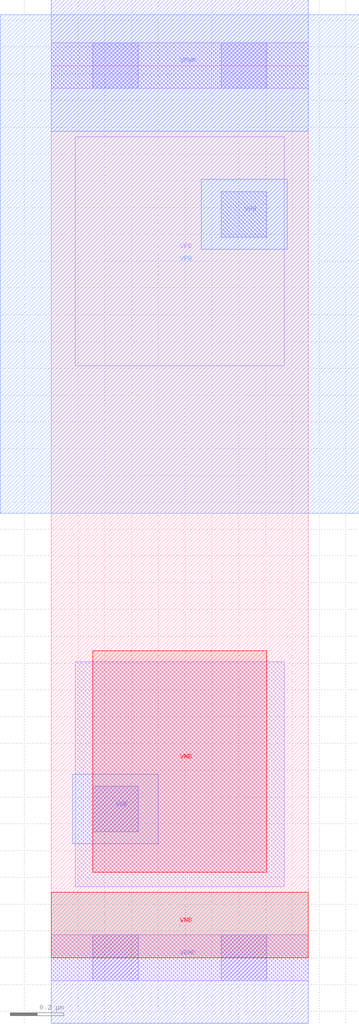
<source format=lef>
# Copyright 2020 The SkyWater PDK Authors
#
# Licensed under the Apache License, Version 2.0 (the "License");
# you may not use this file except in compliance with the License.
# You may obtain a copy of the License at
#
#     https://www.apache.org/licenses/LICENSE-2.0
#
# Unless required by applicable law or agreed to in writing, software
# distributed under the License is distributed on an "AS IS" BASIS,
# WITHOUT WARRANTIES OR CONDITIONS OF ANY KIND, either express or implied.
# See the License for the specific language governing permissions and
# limitations under the License.
#
# SPDX-License-Identifier: Apache-2.0

VERSION 5.7 ;
  NOWIREEXTENSIONATPIN ON ;
  DIVIDERCHAR "/" ;
  BUSBITCHARS "[]" ;
MACRO sky130_fd_sc_hs__tapmet1_2
  CLASS CORE WELLTAP ;
  FOREIGN sky130_fd_sc_hs__tapmet1_2 ;
  ORIGIN  0.000000  0.000000 ;
  SIZE  0.960000 BY  3.330000 ;
  SYMMETRY X Y ;
  SITE unit ;
  PIN VGND
    DIRECTION INOUT ;
    USE GROUND ;
    PORT
      LAYER met1 ;
        RECT 0.000000 -0.245000 0.960000 0.245000 ;
    END
  END VGND
  PIN VNB
    DIRECTION INOUT ;
    USE GROUND ;
    PORT
      LAYER met1 ;
        RECT 0.080000 0.425000 0.400000 0.685000 ;
      LAYER pwell ;
        RECT 0.155000 0.320000 0.805000 1.145000 ;
    END
    PORT
      LAYER pwell ;
        RECT 0.000000 0.000000 0.960000 0.245000 ;
    END
  END VNB
  PIN VPB
    DIRECTION INOUT ;
    USE POWER ;
    PORT
      LAYER li1 ;
        RECT 0.090000 2.210000 0.870000 3.065000 ;
      LAYER mcon ;
        RECT 0.635000 2.690000 0.805000 2.860000 ;
    END
    PORT
      LAYER met1 ;
        RECT 0.560000 2.645000 0.880000 2.905000 ;
      LAYER nwell ;
        RECT -0.190000 1.660000 1.150000 3.520000 ;
    END
  END VPB
  PIN VPWR
    DIRECTION INOUT ;
    USE POWER ;
    PORT
      LAYER met1 ;
        RECT 0.000000 3.085000 0.960000 3.575000 ;
    END
  END VPWR
  OBS
    LAYER li1 ;
      RECT 0.000000 -0.085000 0.960000 0.085000 ;
      RECT 0.000000  3.245000 0.960000 3.415000 ;
      RECT 0.090000  0.265000 0.870000 1.105000 ;
    LAYER mcon ;
      RECT 0.155000 -0.085000 0.325000 0.085000 ;
      RECT 0.155000  0.470000 0.325000 0.640000 ;
      RECT 0.155000  3.245000 0.325000 3.415000 ;
      RECT 0.635000 -0.085000 0.805000 0.085000 ;
      RECT 0.635000  3.245000 0.805000 3.415000 ;
  END
END sky130_fd_sc_hs__tapmet1_2
END LIBRARY

</source>
